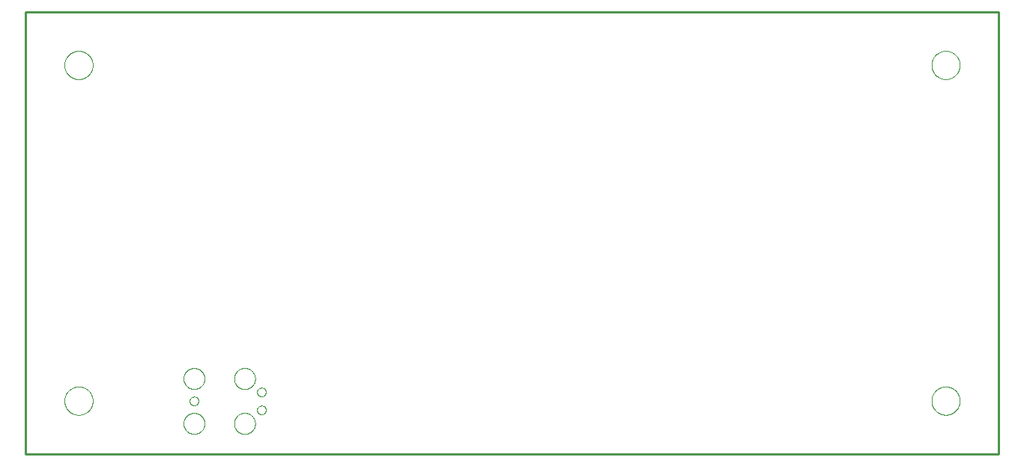
<source format=gko>
G04 EAGLE Gerber RS-274X export*
G75*
%MOMM*%
%FSLAX34Y34*%
%LPD*%
%INBoard Outline*%
%IPPOS*%
%AMOC8*
5,1,8,0,0,1.08239X$1,22.5*%
G01*
G04 Define Apertures*
%ADD10C,0.000000*%
%ADD11C,0.254000*%
D10*
X0Y0D02*
X1100000Y0D01*
X1100000Y500000D01*
X0Y500000D01*
X0Y0D01*
X185547Y59690D02*
X185549Y59830D01*
X185555Y59970D01*
X185565Y60110D01*
X185579Y60250D01*
X185597Y60389D01*
X185618Y60527D01*
X185644Y60665D01*
X185673Y60802D01*
X185707Y60938D01*
X185744Y61073D01*
X185785Y61207D01*
X185830Y61340D01*
X185878Y61472D01*
X185931Y61602D01*
X185987Y61730D01*
X186046Y61857D01*
X186109Y61982D01*
X186176Y62106D01*
X186246Y62227D01*
X186320Y62346D01*
X186396Y62464D01*
X186477Y62579D01*
X186560Y62691D01*
X186646Y62802D01*
X186736Y62909D01*
X186829Y63015D01*
X186924Y63117D01*
X187023Y63217D01*
X187124Y63314D01*
X187228Y63408D01*
X187334Y63499D01*
X187443Y63587D01*
X187555Y63672D01*
X187669Y63754D01*
X187785Y63832D01*
X187903Y63908D01*
X188024Y63979D01*
X188146Y64048D01*
X188270Y64113D01*
X188396Y64174D01*
X188524Y64232D01*
X188653Y64286D01*
X188784Y64336D01*
X188916Y64383D01*
X189050Y64426D01*
X189184Y64465D01*
X189320Y64500D01*
X189457Y64532D01*
X189594Y64559D01*
X189732Y64583D01*
X189871Y64603D01*
X190010Y64619D01*
X190150Y64631D01*
X190290Y64639D01*
X190430Y64643D01*
X190570Y64643D01*
X190710Y64639D01*
X190850Y64631D01*
X190990Y64619D01*
X191129Y64603D01*
X191268Y64583D01*
X191406Y64559D01*
X191543Y64532D01*
X191680Y64500D01*
X191816Y64465D01*
X191950Y64426D01*
X192084Y64383D01*
X192216Y64336D01*
X192347Y64286D01*
X192476Y64232D01*
X192604Y64174D01*
X192730Y64113D01*
X192854Y64048D01*
X192977Y63979D01*
X193097Y63908D01*
X193215Y63832D01*
X193331Y63754D01*
X193445Y63672D01*
X193557Y63587D01*
X193666Y63499D01*
X193772Y63408D01*
X193876Y63314D01*
X193977Y63217D01*
X194076Y63117D01*
X194171Y63015D01*
X194264Y62909D01*
X194354Y62802D01*
X194440Y62691D01*
X194523Y62579D01*
X194604Y62464D01*
X194680Y62346D01*
X194754Y62227D01*
X194824Y62106D01*
X194891Y61982D01*
X194954Y61857D01*
X195013Y61730D01*
X195069Y61602D01*
X195122Y61472D01*
X195170Y61340D01*
X195215Y61207D01*
X195256Y61073D01*
X195293Y60938D01*
X195327Y60802D01*
X195356Y60665D01*
X195382Y60527D01*
X195403Y60389D01*
X195421Y60250D01*
X195435Y60110D01*
X195445Y59970D01*
X195451Y59830D01*
X195453Y59690D01*
X195451Y59550D01*
X195445Y59410D01*
X195435Y59270D01*
X195421Y59130D01*
X195403Y58991D01*
X195382Y58853D01*
X195356Y58715D01*
X195327Y58578D01*
X195293Y58442D01*
X195256Y58307D01*
X195215Y58173D01*
X195170Y58040D01*
X195122Y57908D01*
X195069Y57778D01*
X195013Y57650D01*
X194954Y57523D01*
X194891Y57398D01*
X194824Y57274D01*
X194754Y57153D01*
X194680Y57034D01*
X194604Y56916D01*
X194523Y56801D01*
X194440Y56689D01*
X194354Y56578D01*
X194264Y56471D01*
X194171Y56365D01*
X194076Y56263D01*
X193977Y56163D01*
X193876Y56066D01*
X193772Y55972D01*
X193666Y55881D01*
X193557Y55793D01*
X193445Y55708D01*
X193331Y55626D01*
X193215Y55548D01*
X193097Y55472D01*
X192976Y55401D01*
X192854Y55332D01*
X192730Y55267D01*
X192604Y55206D01*
X192476Y55148D01*
X192347Y55094D01*
X192216Y55044D01*
X192084Y54997D01*
X191950Y54954D01*
X191816Y54915D01*
X191680Y54880D01*
X191543Y54848D01*
X191406Y54821D01*
X191268Y54797D01*
X191129Y54777D01*
X190990Y54761D01*
X190850Y54749D01*
X190710Y54741D01*
X190570Y54737D01*
X190430Y54737D01*
X190290Y54741D01*
X190150Y54749D01*
X190010Y54761D01*
X189871Y54777D01*
X189732Y54797D01*
X189594Y54821D01*
X189457Y54848D01*
X189320Y54880D01*
X189184Y54915D01*
X189050Y54954D01*
X188916Y54997D01*
X188784Y55044D01*
X188653Y55094D01*
X188524Y55148D01*
X188396Y55206D01*
X188270Y55267D01*
X188146Y55332D01*
X188023Y55401D01*
X187903Y55472D01*
X187785Y55548D01*
X187669Y55626D01*
X187555Y55708D01*
X187443Y55793D01*
X187334Y55881D01*
X187228Y55972D01*
X187124Y56066D01*
X187023Y56163D01*
X186924Y56263D01*
X186829Y56365D01*
X186736Y56471D01*
X186646Y56578D01*
X186560Y56689D01*
X186477Y56801D01*
X186396Y56916D01*
X186320Y57034D01*
X186246Y57153D01*
X186176Y57274D01*
X186109Y57398D01*
X186046Y57523D01*
X185987Y57650D01*
X185931Y57778D01*
X185878Y57908D01*
X185830Y58040D01*
X185785Y58173D01*
X185744Y58307D01*
X185707Y58442D01*
X185673Y58578D01*
X185644Y58715D01*
X185618Y58853D01*
X185597Y58991D01*
X185579Y59130D01*
X185565Y59270D01*
X185555Y59410D01*
X185549Y59550D01*
X185547Y59690D01*
X261747Y69840D02*
X261749Y69980D01*
X261755Y70120D01*
X261765Y70260D01*
X261779Y70400D01*
X261797Y70539D01*
X261818Y70677D01*
X261844Y70815D01*
X261873Y70952D01*
X261907Y71088D01*
X261944Y71223D01*
X261985Y71357D01*
X262030Y71490D01*
X262078Y71622D01*
X262131Y71752D01*
X262187Y71880D01*
X262246Y72007D01*
X262309Y72132D01*
X262376Y72256D01*
X262446Y72377D01*
X262520Y72496D01*
X262596Y72614D01*
X262677Y72729D01*
X262760Y72841D01*
X262846Y72952D01*
X262936Y73059D01*
X263029Y73165D01*
X263124Y73267D01*
X263223Y73367D01*
X263324Y73464D01*
X263428Y73558D01*
X263534Y73649D01*
X263643Y73737D01*
X263755Y73822D01*
X263869Y73904D01*
X263985Y73982D01*
X264103Y74058D01*
X264224Y74129D01*
X264346Y74198D01*
X264470Y74263D01*
X264596Y74324D01*
X264724Y74382D01*
X264853Y74436D01*
X264984Y74486D01*
X265116Y74533D01*
X265250Y74576D01*
X265384Y74615D01*
X265520Y74650D01*
X265657Y74682D01*
X265794Y74709D01*
X265932Y74733D01*
X266071Y74753D01*
X266210Y74769D01*
X266350Y74781D01*
X266490Y74789D01*
X266630Y74793D01*
X266770Y74793D01*
X266910Y74789D01*
X267050Y74781D01*
X267190Y74769D01*
X267329Y74753D01*
X267468Y74733D01*
X267606Y74709D01*
X267743Y74682D01*
X267880Y74650D01*
X268016Y74615D01*
X268150Y74576D01*
X268284Y74533D01*
X268416Y74486D01*
X268547Y74436D01*
X268676Y74382D01*
X268804Y74324D01*
X268930Y74263D01*
X269054Y74198D01*
X269177Y74129D01*
X269297Y74058D01*
X269415Y73982D01*
X269531Y73904D01*
X269645Y73822D01*
X269757Y73737D01*
X269866Y73649D01*
X269972Y73558D01*
X270076Y73464D01*
X270177Y73367D01*
X270276Y73267D01*
X270371Y73165D01*
X270464Y73059D01*
X270554Y72952D01*
X270640Y72841D01*
X270723Y72729D01*
X270804Y72614D01*
X270880Y72496D01*
X270954Y72377D01*
X271024Y72256D01*
X271091Y72132D01*
X271154Y72007D01*
X271213Y71880D01*
X271269Y71752D01*
X271322Y71622D01*
X271370Y71490D01*
X271415Y71357D01*
X271456Y71223D01*
X271493Y71088D01*
X271527Y70952D01*
X271556Y70815D01*
X271582Y70677D01*
X271603Y70539D01*
X271621Y70400D01*
X271635Y70260D01*
X271645Y70120D01*
X271651Y69980D01*
X271653Y69840D01*
X271651Y69700D01*
X271645Y69560D01*
X271635Y69420D01*
X271621Y69280D01*
X271603Y69141D01*
X271582Y69003D01*
X271556Y68865D01*
X271527Y68728D01*
X271493Y68592D01*
X271456Y68457D01*
X271415Y68323D01*
X271370Y68190D01*
X271322Y68058D01*
X271269Y67928D01*
X271213Y67800D01*
X271154Y67673D01*
X271091Y67548D01*
X271024Y67424D01*
X270954Y67303D01*
X270880Y67184D01*
X270804Y67066D01*
X270723Y66951D01*
X270640Y66839D01*
X270554Y66728D01*
X270464Y66621D01*
X270371Y66515D01*
X270276Y66413D01*
X270177Y66313D01*
X270076Y66216D01*
X269972Y66122D01*
X269866Y66031D01*
X269757Y65943D01*
X269645Y65858D01*
X269531Y65776D01*
X269415Y65698D01*
X269297Y65622D01*
X269176Y65551D01*
X269054Y65482D01*
X268930Y65417D01*
X268804Y65356D01*
X268676Y65298D01*
X268547Y65244D01*
X268416Y65194D01*
X268284Y65147D01*
X268150Y65104D01*
X268016Y65065D01*
X267880Y65030D01*
X267743Y64998D01*
X267606Y64971D01*
X267468Y64947D01*
X267329Y64927D01*
X267190Y64911D01*
X267050Y64899D01*
X266910Y64891D01*
X266770Y64887D01*
X266630Y64887D01*
X266490Y64891D01*
X266350Y64899D01*
X266210Y64911D01*
X266071Y64927D01*
X265932Y64947D01*
X265794Y64971D01*
X265657Y64998D01*
X265520Y65030D01*
X265384Y65065D01*
X265250Y65104D01*
X265116Y65147D01*
X264984Y65194D01*
X264853Y65244D01*
X264724Y65298D01*
X264596Y65356D01*
X264470Y65417D01*
X264346Y65482D01*
X264223Y65551D01*
X264103Y65622D01*
X263985Y65698D01*
X263869Y65776D01*
X263755Y65858D01*
X263643Y65943D01*
X263534Y66031D01*
X263428Y66122D01*
X263324Y66216D01*
X263223Y66313D01*
X263124Y66413D01*
X263029Y66515D01*
X262936Y66621D01*
X262846Y66728D01*
X262760Y66839D01*
X262677Y66951D01*
X262596Y67066D01*
X262520Y67184D01*
X262446Y67303D01*
X262376Y67424D01*
X262309Y67548D01*
X262246Y67673D01*
X262187Y67800D01*
X262131Y67928D01*
X262078Y68058D01*
X262030Y68190D01*
X261985Y68323D01*
X261944Y68457D01*
X261907Y68592D01*
X261873Y68728D01*
X261844Y68865D01*
X261818Y69003D01*
X261797Y69141D01*
X261779Y69280D01*
X261765Y69420D01*
X261755Y69560D01*
X261749Y69700D01*
X261747Y69840D01*
X261747Y49540D02*
X261749Y49680D01*
X261755Y49820D01*
X261765Y49960D01*
X261779Y50100D01*
X261797Y50239D01*
X261818Y50377D01*
X261844Y50515D01*
X261873Y50652D01*
X261907Y50788D01*
X261944Y50923D01*
X261985Y51057D01*
X262030Y51190D01*
X262078Y51322D01*
X262131Y51452D01*
X262187Y51580D01*
X262246Y51707D01*
X262309Y51832D01*
X262376Y51956D01*
X262446Y52077D01*
X262520Y52196D01*
X262596Y52314D01*
X262677Y52429D01*
X262760Y52541D01*
X262846Y52652D01*
X262936Y52759D01*
X263029Y52865D01*
X263124Y52967D01*
X263223Y53067D01*
X263324Y53164D01*
X263428Y53258D01*
X263534Y53349D01*
X263643Y53437D01*
X263755Y53522D01*
X263869Y53604D01*
X263985Y53682D01*
X264103Y53758D01*
X264224Y53829D01*
X264346Y53898D01*
X264470Y53963D01*
X264596Y54024D01*
X264724Y54082D01*
X264853Y54136D01*
X264984Y54186D01*
X265116Y54233D01*
X265250Y54276D01*
X265384Y54315D01*
X265520Y54350D01*
X265657Y54382D01*
X265794Y54409D01*
X265932Y54433D01*
X266071Y54453D01*
X266210Y54469D01*
X266350Y54481D01*
X266490Y54489D01*
X266630Y54493D01*
X266770Y54493D01*
X266910Y54489D01*
X267050Y54481D01*
X267190Y54469D01*
X267329Y54453D01*
X267468Y54433D01*
X267606Y54409D01*
X267743Y54382D01*
X267880Y54350D01*
X268016Y54315D01*
X268150Y54276D01*
X268284Y54233D01*
X268416Y54186D01*
X268547Y54136D01*
X268676Y54082D01*
X268804Y54024D01*
X268930Y53963D01*
X269054Y53898D01*
X269177Y53829D01*
X269297Y53758D01*
X269415Y53682D01*
X269531Y53604D01*
X269645Y53522D01*
X269757Y53437D01*
X269866Y53349D01*
X269972Y53258D01*
X270076Y53164D01*
X270177Y53067D01*
X270276Y52967D01*
X270371Y52865D01*
X270464Y52759D01*
X270554Y52652D01*
X270640Y52541D01*
X270723Y52429D01*
X270804Y52314D01*
X270880Y52196D01*
X270954Y52077D01*
X271024Y51956D01*
X271091Y51832D01*
X271154Y51707D01*
X271213Y51580D01*
X271269Y51452D01*
X271322Y51322D01*
X271370Y51190D01*
X271415Y51057D01*
X271456Y50923D01*
X271493Y50788D01*
X271527Y50652D01*
X271556Y50515D01*
X271582Y50377D01*
X271603Y50239D01*
X271621Y50100D01*
X271635Y49960D01*
X271645Y49820D01*
X271651Y49680D01*
X271653Y49540D01*
X271651Y49400D01*
X271645Y49260D01*
X271635Y49120D01*
X271621Y48980D01*
X271603Y48841D01*
X271582Y48703D01*
X271556Y48565D01*
X271527Y48428D01*
X271493Y48292D01*
X271456Y48157D01*
X271415Y48023D01*
X271370Y47890D01*
X271322Y47758D01*
X271269Y47628D01*
X271213Y47500D01*
X271154Y47373D01*
X271091Y47248D01*
X271024Y47124D01*
X270954Y47003D01*
X270880Y46884D01*
X270804Y46766D01*
X270723Y46651D01*
X270640Y46539D01*
X270554Y46428D01*
X270464Y46321D01*
X270371Y46215D01*
X270276Y46113D01*
X270177Y46013D01*
X270076Y45916D01*
X269972Y45822D01*
X269866Y45731D01*
X269757Y45643D01*
X269645Y45558D01*
X269531Y45476D01*
X269415Y45398D01*
X269297Y45322D01*
X269176Y45251D01*
X269054Y45182D01*
X268930Y45117D01*
X268804Y45056D01*
X268676Y44998D01*
X268547Y44944D01*
X268416Y44894D01*
X268284Y44847D01*
X268150Y44804D01*
X268016Y44765D01*
X267880Y44730D01*
X267743Y44698D01*
X267606Y44671D01*
X267468Y44647D01*
X267329Y44627D01*
X267190Y44611D01*
X267050Y44599D01*
X266910Y44591D01*
X266770Y44587D01*
X266630Y44587D01*
X266490Y44591D01*
X266350Y44599D01*
X266210Y44611D01*
X266071Y44627D01*
X265932Y44647D01*
X265794Y44671D01*
X265657Y44698D01*
X265520Y44730D01*
X265384Y44765D01*
X265250Y44804D01*
X265116Y44847D01*
X264984Y44894D01*
X264853Y44944D01*
X264724Y44998D01*
X264596Y45056D01*
X264470Y45117D01*
X264346Y45182D01*
X264223Y45251D01*
X264103Y45322D01*
X263985Y45398D01*
X263869Y45476D01*
X263755Y45558D01*
X263643Y45643D01*
X263534Y45731D01*
X263428Y45822D01*
X263324Y45916D01*
X263223Y46013D01*
X263124Y46113D01*
X263029Y46215D01*
X262936Y46321D01*
X262846Y46428D01*
X262760Y46539D01*
X262677Y46651D01*
X262596Y46766D01*
X262520Y46884D01*
X262446Y47003D01*
X262376Y47124D01*
X262309Y47248D01*
X262246Y47373D01*
X262187Y47500D01*
X262131Y47628D01*
X262078Y47758D01*
X262030Y47890D01*
X261985Y48023D01*
X261944Y48157D01*
X261907Y48292D01*
X261873Y48428D01*
X261844Y48565D01*
X261818Y48703D01*
X261797Y48841D01*
X261779Y48980D01*
X261765Y49120D01*
X261755Y49260D01*
X261749Y49400D01*
X261747Y49540D01*
X178625Y85090D02*
X178629Y85381D01*
X178639Y85673D01*
X178657Y85964D01*
X178682Y86254D01*
X178714Y86544D01*
X178754Y86832D01*
X178800Y87120D01*
X178853Y87407D01*
X178914Y87692D01*
X178981Y87975D01*
X179055Y88257D01*
X179136Y88537D01*
X179224Y88815D01*
X179319Y89091D01*
X179421Y89364D01*
X179529Y89634D01*
X179644Y89902D01*
X179765Y90167D01*
X179893Y90429D01*
X180027Y90688D01*
X180168Y90943D01*
X180314Y91195D01*
X180467Y91443D01*
X180626Y91687D01*
X180791Y91928D01*
X180962Y92164D01*
X181138Y92396D01*
X181321Y92623D01*
X181508Y92846D01*
X181701Y93065D01*
X181900Y93278D01*
X182103Y93487D01*
X182312Y93690D01*
X182525Y93889D01*
X182744Y94082D01*
X182967Y94269D01*
X183194Y94452D01*
X183426Y94628D01*
X183662Y94799D01*
X183903Y94964D01*
X184147Y95123D01*
X184395Y95276D01*
X184647Y95422D01*
X184902Y95563D01*
X185161Y95697D01*
X185423Y95825D01*
X185688Y95946D01*
X185956Y96061D01*
X186226Y96169D01*
X186499Y96271D01*
X186775Y96366D01*
X187053Y96454D01*
X187333Y96535D01*
X187615Y96609D01*
X187898Y96676D01*
X188183Y96737D01*
X188470Y96790D01*
X188758Y96836D01*
X189046Y96876D01*
X189336Y96908D01*
X189626Y96933D01*
X189917Y96951D01*
X190209Y96961D01*
X190500Y96965D01*
X190791Y96961D01*
X191083Y96951D01*
X191374Y96933D01*
X191664Y96908D01*
X191954Y96876D01*
X192242Y96836D01*
X192530Y96790D01*
X192817Y96737D01*
X193102Y96676D01*
X193385Y96609D01*
X193667Y96535D01*
X193947Y96454D01*
X194225Y96366D01*
X194501Y96271D01*
X194774Y96169D01*
X195044Y96061D01*
X195312Y95946D01*
X195577Y95825D01*
X195839Y95697D01*
X196098Y95563D01*
X196353Y95422D01*
X196605Y95276D01*
X196853Y95123D01*
X197097Y94964D01*
X197338Y94799D01*
X197574Y94628D01*
X197806Y94452D01*
X198033Y94269D01*
X198256Y94082D01*
X198475Y93889D01*
X198688Y93690D01*
X198897Y93487D01*
X199100Y93278D01*
X199299Y93065D01*
X199492Y92846D01*
X199679Y92623D01*
X199862Y92396D01*
X200038Y92164D01*
X200209Y91928D01*
X200374Y91687D01*
X200533Y91443D01*
X200686Y91195D01*
X200832Y90943D01*
X200973Y90688D01*
X201107Y90429D01*
X201235Y90167D01*
X201356Y89902D01*
X201471Y89634D01*
X201579Y89364D01*
X201681Y89091D01*
X201776Y88815D01*
X201864Y88537D01*
X201945Y88257D01*
X202019Y87975D01*
X202086Y87692D01*
X202147Y87407D01*
X202200Y87120D01*
X202246Y86832D01*
X202286Y86544D01*
X202318Y86254D01*
X202343Y85964D01*
X202361Y85673D01*
X202371Y85381D01*
X202375Y85090D01*
X202371Y84799D01*
X202361Y84507D01*
X202343Y84216D01*
X202318Y83926D01*
X202286Y83636D01*
X202246Y83348D01*
X202200Y83060D01*
X202147Y82773D01*
X202086Y82488D01*
X202019Y82205D01*
X201945Y81923D01*
X201864Y81643D01*
X201776Y81365D01*
X201681Y81089D01*
X201579Y80816D01*
X201471Y80546D01*
X201356Y80278D01*
X201235Y80013D01*
X201107Y79751D01*
X200973Y79492D01*
X200832Y79237D01*
X200686Y78985D01*
X200533Y78737D01*
X200374Y78493D01*
X200209Y78252D01*
X200038Y78016D01*
X199862Y77784D01*
X199679Y77557D01*
X199492Y77334D01*
X199299Y77115D01*
X199100Y76902D01*
X198897Y76693D01*
X198688Y76490D01*
X198475Y76291D01*
X198256Y76098D01*
X198033Y75911D01*
X197806Y75728D01*
X197574Y75552D01*
X197338Y75381D01*
X197097Y75216D01*
X196853Y75057D01*
X196605Y74904D01*
X196353Y74758D01*
X196098Y74617D01*
X195839Y74483D01*
X195577Y74355D01*
X195312Y74234D01*
X195044Y74119D01*
X194774Y74011D01*
X194501Y73909D01*
X194225Y73814D01*
X193947Y73726D01*
X193667Y73645D01*
X193385Y73571D01*
X193102Y73504D01*
X192817Y73443D01*
X192530Y73390D01*
X192242Y73344D01*
X191954Y73304D01*
X191664Y73272D01*
X191374Y73247D01*
X191083Y73229D01*
X190791Y73219D01*
X190500Y73215D01*
X190209Y73219D01*
X189917Y73229D01*
X189626Y73247D01*
X189336Y73272D01*
X189046Y73304D01*
X188758Y73344D01*
X188470Y73390D01*
X188183Y73443D01*
X187898Y73504D01*
X187615Y73571D01*
X187333Y73645D01*
X187053Y73726D01*
X186775Y73814D01*
X186499Y73909D01*
X186226Y74011D01*
X185956Y74119D01*
X185688Y74234D01*
X185423Y74355D01*
X185161Y74483D01*
X184902Y74617D01*
X184647Y74758D01*
X184395Y74904D01*
X184147Y75057D01*
X183903Y75216D01*
X183662Y75381D01*
X183426Y75552D01*
X183194Y75728D01*
X182967Y75911D01*
X182744Y76098D01*
X182525Y76291D01*
X182312Y76490D01*
X182103Y76693D01*
X181900Y76902D01*
X181701Y77115D01*
X181508Y77334D01*
X181321Y77557D01*
X181138Y77784D01*
X180962Y78016D01*
X180791Y78252D01*
X180626Y78493D01*
X180467Y78737D01*
X180314Y78985D01*
X180168Y79237D01*
X180027Y79492D01*
X179893Y79751D01*
X179765Y80013D01*
X179644Y80278D01*
X179529Y80546D01*
X179421Y80816D01*
X179319Y81089D01*
X179224Y81365D01*
X179136Y81643D01*
X179055Y81923D01*
X178981Y82205D01*
X178914Y82488D01*
X178853Y82773D01*
X178800Y83060D01*
X178754Y83348D01*
X178714Y83636D01*
X178682Y83926D01*
X178657Y84216D01*
X178639Y84507D01*
X178629Y84799D01*
X178625Y85090D01*
X235775Y85090D02*
X235779Y85381D01*
X235789Y85673D01*
X235807Y85964D01*
X235832Y86254D01*
X235864Y86544D01*
X235904Y86832D01*
X235950Y87120D01*
X236003Y87407D01*
X236064Y87692D01*
X236131Y87975D01*
X236205Y88257D01*
X236286Y88537D01*
X236374Y88815D01*
X236469Y89091D01*
X236571Y89364D01*
X236679Y89634D01*
X236794Y89902D01*
X236915Y90167D01*
X237043Y90429D01*
X237177Y90688D01*
X237318Y90943D01*
X237464Y91195D01*
X237617Y91443D01*
X237776Y91687D01*
X237941Y91928D01*
X238112Y92164D01*
X238288Y92396D01*
X238471Y92623D01*
X238658Y92846D01*
X238851Y93065D01*
X239050Y93278D01*
X239253Y93487D01*
X239462Y93690D01*
X239675Y93889D01*
X239894Y94082D01*
X240117Y94269D01*
X240344Y94452D01*
X240576Y94628D01*
X240812Y94799D01*
X241053Y94964D01*
X241297Y95123D01*
X241545Y95276D01*
X241797Y95422D01*
X242052Y95563D01*
X242311Y95697D01*
X242573Y95825D01*
X242838Y95946D01*
X243106Y96061D01*
X243376Y96169D01*
X243649Y96271D01*
X243925Y96366D01*
X244203Y96454D01*
X244483Y96535D01*
X244765Y96609D01*
X245048Y96676D01*
X245333Y96737D01*
X245620Y96790D01*
X245908Y96836D01*
X246196Y96876D01*
X246486Y96908D01*
X246776Y96933D01*
X247067Y96951D01*
X247359Y96961D01*
X247650Y96965D01*
X247941Y96961D01*
X248233Y96951D01*
X248524Y96933D01*
X248814Y96908D01*
X249104Y96876D01*
X249392Y96836D01*
X249680Y96790D01*
X249967Y96737D01*
X250252Y96676D01*
X250535Y96609D01*
X250817Y96535D01*
X251097Y96454D01*
X251375Y96366D01*
X251651Y96271D01*
X251924Y96169D01*
X252194Y96061D01*
X252462Y95946D01*
X252727Y95825D01*
X252989Y95697D01*
X253248Y95563D01*
X253503Y95422D01*
X253755Y95276D01*
X254003Y95123D01*
X254247Y94964D01*
X254488Y94799D01*
X254724Y94628D01*
X254956Y94452D01*
X255183Y94269D01*
X255406Y94082D01*
X255625Y93889D01*
X255838Y93690D01*
X256047Y93487D01*
X256250Y93278D01*
X256449Y93065D01*
X256642Y92846D01*
X256829Y92623D01*
X257012Y92396D01*
X257188Y92164D01*
X257359Y91928D01*
X257524Y91687D01*
X257683Y91443D01*
X257836Y91195D01*
X257982Y90943D01*
X258123Y90688D01*
X258257Y90429D01*
X258385Y90167D01*
X258506Y89902D01*
X258621Y89634D01*
X258729Y89364D01*
X258831Y89091D01*
X258926Y88815D01*
X259014Y88537D01*
X259095Y88257D01*
X259169Y87975D01*
X259236Y87692D01*
X259297Y87407D01*
X259350Y87120D01*
X259396Y86832D01*
X259436Y86544D01*
X259468Y86254D01*
X259493Y85964D01*
X259511Y85673D01*
X259521Y85381D01*
X259525Y85090D01*
X259521Y84799D01*
X259511Y84507D01*
X259493Y84216D01*
X259468Y83926D01*
X259436Y83636D01*
X259396Y83348D01*
X259350Y83060D01*
X259297Y82773D01*
X259236Y82488D01*
X259169Y82205D01*
X259095Y81923D01*
X259014Y81643D01*
X258926Y81365D01*
X258831Y81089D01*
X258729Y80816D01*
X258621Y80546D01*
X258506Y80278D01*
X258385Y80013D01*
X258257Y79751D01*
X258123Y79492D01*
X257982Y79237D01*
X257836Y78985D01*
X257683Y78737D01*
X257524Y78493D01*
X257359Y78252D01*
X257188Y78016D01*
X257012Y77784D01*
X256829Y77557D01*
X256642Y77334D01*
X256449Y77115D01*
X256250Y76902D01*
X256047Y76693D01*
X255838Y76490D01*
X255625Y76291D01*
X255406Y76098D01*
X255183Y75911D01*
X254956Y75728D01*
X254724Y75552D01*
X254488Y75381D01*
X254247Y75216D01*
X254003Y75057D01*
X253755Y74904D01*
X253503Y74758D01*
X253248Y74617D01*
X252989Y74483D01*
X252727Y74355D01*
X252462Y74234D01*
X252194Y74119D01*
X251924Y74011D01*
X251651Y73909D01*
X251375Y73814D01*
X251097Y73726D01*
X250817Y73645D01*
X250535Y73571D01*
X250252Y73504D01*
X249967Y73443D01*
X249680Y73390D01*
X249392Y73344D01*
X249104Y73304D01*
X248814Y73272D01*
X248524Y73247D01*
X248233Y73229D01*
X247941Y73219D01*
X247650Y73215D01*
X247359Y73219D01*
X247067Y73229D01*
X246776Y73247D01*
X246486Y73272D01*
X246196Y73304D01*
X245908Y73344D01*
X245620Y73390D01*
X245333Y73443D01*
X245048Y73504D01*
X244765Y73571D01*
X244483Y73645D01*
X244203Y73726D01*
X243925Y73814D01*
X243649Y73909D01*
X243376Y74011D01*
X243106Y74119D01*
X242838Y74234D01*
X242573Y74355D01*
X242311Y74483D01*
X242052Y74617D01*
X241797Y74758D01*
X241545Y74904D01*
X241297Y75057D01*
X241053Y75216D01*
X240812Y75381D01*
X240576Y75552D01*
X240344Y75728D01*
X240117Y75911D01*
X239894Y76098D01*
X239675Y76291D01*
X239462Y76490D01*
X239253Y76693D01*
X239050Y76902D01*
X238851Y77115D01*
X238658Y77334D01*
X238471Y77557D01*
X238288Y77784D01*
X238112Y78016D01*
X237941Y78252D01*
X237776Y78493D01*
X237617Y78737D01*
X237464Y78985D01*
X237318Y79237D01*
X237177Y79492D01*
X237043Y79751D01*
X236915Y80013D01*
X236794Y80278D01*
X236679Y80546D01*
X236571Y80816D01*
X236469Y81089D01*
X236374Y81365D01*
X236286Y81643D01*
X236205Y81923D01*
X236131Y82205D01*
X236064Y82488D01*
X236003Y82773D01*
X235950Y83060D01*
X235904Y83348D01*
X235864Y83636D01*
X235832Y83926D01*
X235807Y84216D01*
X235789Y84507D01*
X235779Y84799D01*
X235775Y85090D01*
X235775Y34290D02*
X235779Y34581D01*
X235789Y34873D01*
X235807Y35164D01*
X235832Y35454D01*
X235864Y35744D01*
X235904Y36032D01*
X235950Y36320D01*
X236003Y36607D01*
X236064Y36892D01*
X236131Y37175D01*
X236205Y37457D01*
X236286Y37737D01*
X236374Y38015D01*
X236469Y38291D01*
X236571Y38564D01*
X236679Y38834D01*
X236794Y39102D01*
X236915Y39367D01*
X237043Y39629D01*
X237177Y39888D01*
X237318Y40143D01*
X237464Y40395D01*
X237617Y40643D01*
X237776Y40887D01*
X237941Y41128D01*
X238112Y41364D01*
X238288Y41596D01*
X238471Y41823D01*
X238658Y42046D01*
X238851Y42265D01*
X239050Y42478D01*
X239253Y42687D01*
X239462Y42890D01*
X239675Y43089D01*
X239894Y43282D01*
X240117Y43469D01*
X240344Y43652D01*
X240576Y43828D01*
X240812Y43999D01*
X241053Y44164D01*
X241297Y44323D01*
X241545Y44476D01*
X241797Y44622D01*
X242052Y44763D01*
X242311Y44897D01*
X242573Y45025D01*
X242838Y45146D01*
X243106Y45261D01*
X243376Y45369D01*
X243649Y45471D01*
X243925Y45566D01*
X244203Y45654D01*
X244483Y45735D01*
X244765Y45809D01*
X245048Y45876D01*
X245333Y45937D01*
X245620Y45990D01*
X245908Y46036D01*
X246196Y46076D01*
X246486Y46108D01*
X246776Y46133D01*
X247067Y46151D01*
X247359Y46161D01*
X247650Y46165D01*
X247941Y46161D01*
X248233Y46151D01*
X248524Y46133D01*
X248814Y46108D01*
X249104Y46076D01*
X249392Y46036D01*
X249680Y45990D01*
X249967Y45937D01*
X250252Y45876D01*
X250535Y45809D01*
X250817Y45735D01*
X251097Y45654D01*
X251375Y45566D01*
X251651Y45471D01*
X251924Y45369D01*
X252194Y45261D01*
X252462Y45146D01*
X252727Y45025D01*
X252989Y44897D01*
X253248Y44763D01*
X253503Y44622D01*
X253755Y44476D01*
X254003Y44323D01*
X254247Y44164D01*
X254488Y43999D01*
X254724Y43828D01*
X254956Y43652D01*
X255183Y43469D01*
X255406Y43282D01*
X255625Y43089D01*
X255838Y42890D01*
X256047Y42687D01*
X256250Y42478D01*
X256449Y42265D01*
X256642Y42046D01*
X256829Y41823D01*
X257012Y41596D01*
X257188Y41364D01*
X257359Y41128D01*
X257524Y40887D01*
X257683Y40643D01*
X257836Y40395D01*
X257982Y40143D01*
X258123Y39888D01*
X258257Y39629D01*
X258385Y39367D01*
X258506Y39102D01*
X258621Y38834D01*
X258729Y38564D01*
X258831Y38291D01*
X258926Y38015D01*
X259014Y37737D01*
X259095Y37457D01*
X259169Y37175D01*
X259236Y36892D01*
X259297Y36607D01*
X259350Y36320D01*
X259396Y36032D01*
X259436Y35744D01*
X259468Y35454D01*
X259493Y35164D01*
X259511Y34873D01*
X259521Y34581D01*
X259525Y34290D01*
X259521Y33999D01*
X259511Y33707D01*
X259493Y33416D01*
X259468Y33126D01*
X259436Y32836D01*
X259396Y32548D01*
X259350Y32260D01*
X259297Y31973D01*
X259236Y31688D01*
X259169Y31405D01*
X259095Y31123D01*
X259014Y30843D01*
X258926Y30565D01*
X258831Y30289D01*
X258729Y30016D01*
X258621Y29746D01*
X258506Y29478D01*
X258385Y29213D01*
X258257Y28951D01*
X258123Y28692D01*
X257982Y28437D01*
X257836Y28185D01*
X257683Y27937D01*
X257524Y27693D01*
X257359Y27452D01*
X257188Y27216D01*
X257012Y26984D01*
X256829Y26757D01*
X256642Y26534D01*
X256449Y26315D01*
X256250Y26102D01*
X256047Y25893D01*
X255838Y25690D01*
X255625Y25491D01*
X255406Y25298D01*
X255183Y25111D01*
X254956Y24928D01*
X254724Y24752D01*
X254488Y24581D01*
X254247Y24416D01*
X254003Y24257D01*
X253755Y24104D01*
X253503Y23958D01*
X253248Y23817D01*
X252989Y23683D01*
X252727Y23555D01*
X252462Y23434D01*
X252194Y23319D01*
X251924Y23211D01*
X251651Y23109D01*
X251375Y23014D01*
X251097Y22926D01*
X250817Y22845D01*
X250535Y22771D01*
X250252Y22704D01*
X249967Y22643D01*
X249680Y22590D01*
X249392Y22544D01*
X249104Y22504D01*
X248814Y22472D01*
X248524Y22447D01*
X248233Y22429D01*
X247941Y22419D01*
X247650Y22415D01*
X247359Y22419D01*
X247067Y22429D01*
X246776Y22447D01*
X246486Y22472D01*
X246196Y22504D01*
X245908Y22544D01*
X245620Y22590D01*
X245333Y22643D01*
X245048Y22704D01*
X244765Y22771D01*
X244483Y22845D01*
X244203Y22926D01*
X243925Y23014D01*
X243649Y23109D01*
X243376Y23211D01*
X243106Y23319D01*
X242838Y23434D01*
X242573Y23555D01*
X242311Y23683D01*
X242052Y23817D01*
X241797Y23958D01*
X241545Y24104D01*
X241297Y24257D01*
X241053Y24416D01*
X240812Y24581D01*
X240576Y24752D01*
X240344Y24928D01*
X240117Y25111D01*
X239894Y25298D01*
X239675Y25491D01*
X239462Y25690D01*
X239253Y25893D01*
X239050Y26102D01*
X238851Y26315D01*
X238658Y26534D01*
X238471Y26757D01*
X238288Y26984D01*
X238112Y27216D01*
X237941Y27452D01*
X237776Y27693D01*
X237617Y27937D01*
X237464Y28185D01*
X237318Y28437D01*
X237177Y28692D01*
X237043Y28951D01*
X236915Y29213D01*
X236794Y29478D01*
X236679Y29746D01*
X236571Y30016D01*
X236469Y30289D01*
X236374Y30565D01*
X236286Y30843D01*
X236205Y31123D01*
X236131Y31405D01*
X236064Y31688D01*
X236003Y31973D01*
X235950Y32260D01*
X235904Y32548D01*
X235864Y32836D01*
X235832Y33126D01*
X235807Y33416D01*
X235789Y33707D01*
X235779Y33999D01*
X235775Y34290D01*
X178625Y34290D02*
X178629Y34581D01*
X178639Y34873D01*
X178657Y35164D01*
X178682Y35454D01*
X178714Y35744D01*
X178754Y36032D01*
X178800Y36320D01*
X178853Y36607D01*
X178914Y36892D01*
X178981Y37175D01*
X179055Y37457D01*
X179136Y37737D01*
X179224Y38015D01*
X179319Y38291D01*
X179421Y38564D01*
X179529Y38834D01*
X179644Y39102D01*
X179765Y39367D01*
X179893Y39629D01*
X180027Y39888D01*
X180168Y40143D01*
X180314Y40395D01*
X180467Y40643D01*
X180626Y40887D01*
X180791Y41128D01*
X180962Y41364D01*
X181138Y41596D01*
X181321Y41823D01*
X181508Y42046D01*
X181701Y42265D01*
X181900Y42478D01*
X182103Y42687D01*
X182312Y42890D01*
X182525Y43089D01*
X182744Y43282D01*
X182967Y43469D01*
X183194Y43652D01*
X183426Y43828D01*
X183662Y43999D01*
X183903Y44164D01*
X184147Y44323D01*
X184395Y44476D01*
X184647Y44622D01*
X184902Y44763D01*
X185161Y44897D01*
X185423Y45025D01*
X185688Y45146D01*
X185956Y45261D01*
X186226Y45369D01*
X186499Y45471D01*
X186775Y45566D01*
X187053Y45654D01*
X187333Y45735D01*
X187615Y45809D01*
X187898Y45876D01*
X188183Y45937D01*
X188470Y45990D01*
X188758Y46036D01*
X189046Y46076D01*
X189336Y46108D01*
X189626Y46133D01*
X189917Y46151D01*
X190209Y46161D01*
X190500Y46165D01*
X190791Y46161D01*
X191083Y46151D01*
X191374Y46133D01*
X191664Y46108D01*
X191954Y46076D01*
X192242Y46036D01*
X192530Y45990D01*
X192817Y45937D01*
X193102Y45876D01*
X193385Y45809D01*
X193667Y45735D01*
X193947Y45654D01*
X194225Y45566D01*
X194501Y45471D01*
X194774Y45369D01*
X195044Y45261D01*
X195312Y45146D01*
X195577Y45025D01*
X195839Y44897D01*
X196098Y44763D01*
X196353Y44622D01*
X196605Y44476D01*
X196853Y44323D01*
X197097Y44164D01*
X197338Y43999D01*
X197574Y43828D01*
X197806Y43652D01*
X198033Y43469D01*
X198256Y43282D01*
X198475Y43089D01*
X198688Y42890D01*
X198897Y42687D01*
X199100Y42478D01*
X199299Y42265D01*
X199492Y42046D01*
X199679Y41823D01*
X199862Y41596D01*
X200038Y41364D01*
X200209Y41128D01*
X200374Y40887D01*
X200533Y40643D01*
X200686Y40395D01*
X200832Y40143D01*
X200973Y39888D01*
X201107Y39629D01*
X201235Y39367D01*
X201356Y39102D01*
X201471Y38834D01*
X201579Y38564D01*
X201681Y38291D01*
X201776Y38015D01*
X201864Y37737D01*
X201945Y37457D01*
X202019Y37175D01*
X202086Y36892D01*
X202147Y36607D01*
X202200Y36320D01*
X202246Y36032D01*
X202286Y35744D01*
X202318Y35454D01*
X202343Y35164D01*
X202361Y34873D01*
X202371Y34581D01*
X202375Y34290D01*
X202371Y33999D01*
X202361Y33707D01*
X202343Y33416D01*
X202318Y33126D01*
X202286Y32836D01*
X202246Y32548D01*
X202200Y32260D01*
X202147Y31973D01*
X202086Y31688D01*
X202019Y31405D01*
X201945Y31123D01*
X201864Y30843D01*
X201776Y30565D01*
X201681Y30289D01*
X201579Y30016D01*
X201471Y29746D01*
X201356Y29478D01*
X201235Y29213D01*
X201107Y28951D01*
X200973Y28692D01*
X200832Y28437D01*
X200686Y28185D01*
X200533Y27937D01*
X200374Y27693D01*
X200209Y27452D01*
X200038Y27216D01*
X199862Y26984D01*
X199679Y26757D01*
X199492Y26534D01*
X199299Y26315D01*
X199100Y26102D01*
X198897Y25893D01*
X198688Y25690D01*
X198475Y25491D01*
X198256Y25298D01*
X198033Y25111D01*
X197806Y24928D01*
X197574Y24752D01*
X197338Y24581D01*
X197097Y24416D01*
X196853Y24257D01*
X196605Y24104D01*
X196353Y23958D01*
X196098Y23817D01*
X195839Y23683D01*
X195577Y23555D01*
X195312Y23434D01*
X195044Y23319D01*
X194774Y23211D01*
X194501Y23109D01*
X194225Y23014D01*
X193947Y22926D01*
X193667Y22845D01*
X193385Y22771D01*
X193102Y22704D01*
X192817Y22643D01*
X192530Y22590D01*
X192242Y22544D01*
X191954Y22504D01*
X191664Y22472D01*
X191374Y22447D01*
X191083Y22429D01*
X190791Y22419D01*
X190500Y22415D01*
X190209Y22419D01*
X189917Y22429D01*
X189626Y22447D01*
X189336Y22472D01*
X189046Y22504D01*
X188758Y22544D01*
X188470Y22590D01*
X188183Y22643D01*
X187898Y22704D01*
X187615Y22771D01*
X187333Y22845D01*
X187053Y22926D01*
X186775Y23014D01*
X186499Y23109D01*
X186226Y23211D01*
X185956Y23319D01*
X185688Y23434D01*
X185423Y23555D01*
X185161Y23683D01*
X184902Y23817D01*
X184647Y23958D01*
X184395Y24104D01*
X184147Y24257D01*
X183903Y24416D01*
X183662Y24581D01*
X183426Y24752D01*
X183194Y24928D01*
X182967Y25111D01*
X182744Y25298D01*
X182525Y25491D01*
X182312Y25690D01*
X182103Y25893D01*
X181900Y26102D01*
X181701Y26315D01*
X181508Y26534D01*
X181321Y26757D01*
X181138Y26984D01*
X180962Y27216D01*
X180791Y27452D01*
X180626Y27693D01*
X180467Y27937D01*
X180314Y28185D01*
X180168Y28437D01*
X180027Y28692D01*
X179893Y28951D01*
X179765Y29213D01*
X179644Y29478D01*
X179529Y29746D01*
X179421Y30016D01*
X179319Y30289D01*
X179224Y30565D01*
X179136Y30843D01*
X179055Y31123D01*
X178981Y31405D01*
X178914Y31688D01*
X178853Y31973D01*
X178800Y32260D01*
X178754Y32548D01*
X178714Y32836D01*
X178682Y33126D01*
X178657Y33416D01*
X178639Y33707D01*
X178629Y33999D01*
X178625Y34290D01*
X44000Y60000D02*
X44005Y60393D01*
X44019Y60785D01*
X44043Y61177D01*
X44077Y61568D01*
X44120Y61959D01*
X44173Y62348D01*
X44236Y62735D01*
X44307Y63121D01*
X44389Y63506D01*
X44479Y63888D01*
X44580Y64267D01*
X44689Y64645D01*
X44808Y65019D01*
X44935Y65390D01*
X45072Y65758D01*
X45218Y66123D01*
X45373Y66484D01*
X45536Y66841D01*
X45708Y67194D01*
X45889Y67542D01*
X46079Y67886D01*
X46276Y68226D01*
X46482Y68560D01*
X46696Y68889D01*
X46919Y69213D01*
X47149Y69531D01*
X47386Y69844D01*
X47632Y70150D01*
X47885Y70451D01*
X48145Y70745D01*
X48412Y71033D01*
X48686Y71314D01*
X48967Y71588D01*
X49255Y71855D01*
X49549Y72115D01*
X49850Y72368D01*
X50156Y72614D01*
X50469Y72851D01*
X50787Y73081D01*
X51111Y73304D01*
X51440Y73518D01*
X51774Y73724D01*
X52114Y73921D01*
X52458Y74111D01*
X52806Y74292D01*
X53159Y74464D01*
X53516Y74627D01*
X53877Y74782D01*
X54242Y74928D01*
X54610Y75065D01*
X54981Y75192D01*
X55355Y75311D01*
X55733Y75420D01*
X56112Y75521D01*
X56494Y75611D01*
X56879Y75693D01*
X57265Y75764D01*
X57652Y75827D01*
X58041Y75880D01*
X58432Y75923D01*
X58823Y75957D01*
X59215Y75981D01*
X59607Y75995D01*
X60000Y76000D01*
X60393Y75995D01*
X60785Y75981D01*
X61177Y75957D01*
X61568Y75923D01*
X61959Y75880D01*
X62348Y75827D01*
X62735Y75764D01*
X63121Y75693D01*
X63506Y75611D01*
X63888Y75521D01*
X64267Y75420D01*
X64645Y75311D01*
X65019Y75192D01*
X65390Y75065D01*
X65758Y74928D01*
X66123Y74782D01*
X66484Y74627D01*
X66841Y74464D01*
X67194Y74292D01*
X67542Y74111D01*
X67886Y73921D01*
X68226Y73724D01*
X68560Y73518D01*
X68889Y73304D01*
X69213Y73081D01*
X69531Y72851D01*
X69844Y72614D01*
X70150Y72368D01*
X70451Y72115D01*
X70745Y71855D01*
X71033Y71588D01*
X71314Y71314D01*
X71588Y71033D01*
X71855Y70745D01*
X72115Y70451D01*
X72368Y70150D01*
X72614Y69844D01*
X72851Y69531D01*
X73081Y69213D01*
X73304Y68889D01*
X73518Y68560D01*
X73724Y68226D01*
X73921Y67886D01*
X74111Y67542D01*
X74292Y67194D01*
X74464Y66841D01*
X74627Y66484D01*
X74782Y66123D01*
X74928Y65758D01*
X75065Y65390D01*
X75192Y65019D01*
X75311Y64645D01*
X75420Y64267D01*
X75521Y63888D01*
X75611Y63506D01*
X75693Y63121D01*
X75764Y62735D01*
X75827Y62348D01*
X75880Y61959D01*
X75923Y61568D01*
X75957Y61177D01*
X75981Y60785D01*
X75995Y60393D01*
X76000Y60000D01*
X75995Y59607D01*
X75981Y59215D01*
X75957Y58823D01*
X75923Y58432D01*
X75880Y58041D01*
X75827Y57652D01*
X75764Y57265D01*
X75693Y56879D01*
X75611Y56494D01*
X75521Y56112D01*
X75420Y55733D01*
X75311Y55355D01*
X75192Y54981D01*
X75065Y54610D01*
X74928Y54242D01*
X74782Y53877D01*
X74627Y53516D01*
X74464Y53159D01*
X74292Y52806D01*
X74111Y52458D01*
X73921Y52114D01*
X73724Y51774D01*
X73518Y51440D01*
X73304Y51111D01*
X73081Y50787D01*
X72851Y50469D01*
X72614Y50156D01*
X72368Y49850D01*
X72115Y49549D01*
X71855Y49255D01*
X71588Y48967D01*
X71314Y48686D01*
X71033Y48412D01*
X70745Y48145D01*
X70451Y47885D01*
X70150Y47632D01*
X69844Y47386D01*
X69531Y47149D01*
X69213Y46919D01*
X68889Y46696D01*
X68560Y46482D01*
X68226Y46276D01*
X67886Y46079D01*
X67542Y45889D01*
X67194Y45708D01*
X66841Y45536D01*
X66484Y45373D01*
X66123Y45218D01*
X65758Y45072D01*
X65390Y44935D01*
X65019Y44808D01*
X64645Y44689D01*
X64267Y44580D01*
X63888Y44479D01*
X63506Y44389D01*
X63121Y44307D01*
X62735Y44236D01*
X62348Y44173D01*
X61959Y44120D01*
X61568Y44077D01*
X61177Y44043D01*
X60785Y44019D01*
X60393Y44005D01*
X60000Y44000D01*
X59607Y44005D01*
X59215Y44019D01*
X58823Y44043D01*
X58432Y44077D01*
X58041Y44120D01*
X57652Y44173D01*
X57265Y44236D01*
X56879Y44307D01*
X56494Y44389D01*
X56112Y44479D01*
X55733Y44580D01*
X55355Y44689D01*
X54981Y44808D01*
X54610Y44935D01*
X54242Y45072D01*
X53877Y45218D01*
X53516Y45373D01*
X53159Y45536D01*
X52806Y45708D01*
X52458Y45889D01*
X52114Y46079D01*
X51774Y46276D01*
X51440Y46482D01*
X51111Y46696D01*
X50787Y46919D01*
X50469Y47149D01*
X50156Y47386D01*
X49850Y47632D01*
X49549Y47885D01*
X49255Y48145D01*
X48967Y48412D01*
X48686Y48686D01*
X48412Y48967D01*
X48145Y49255D01*
X47885Y49549D01*
X47632Y49850D01*
X47386Y50156D01*
X47149Y50469D01*
X46919Y50787D01*
X46696Y51111D01*
X46482Y51440D01*
X46276Y51774D01*
X46079Y52114D01*
X45889Y52458D01*
X45708Y52806D01*
X45536Y53159D01*
X45373Y53516D01*
X45218Y53877D01*
X45072Y54242D01*
X44935Y54610D01*
X44808Y54981D01*
X44689Y55355D01*
X44580Y55733D01*
X44479Y56112D01*
X44389Y56494D01*
X44307Y56879D01*
X44236Y57265D01*
X44173Y57652D01*
X44120Y58041D01*
X44077Y58432D01*
X44043Y58823D01*
X44019Y59215D01*
X44005Y59607D01*
X44000Y60000D01*
X44000Y440000D02*
X44005Y440393D01*
X44019Y440785D01*
X44043Y441177D01*
X44077Y441568D01*
X44120Y441959D01*
X44173Y442348D01*
X44236Y442735D01*
X44307Y443121D01*
X44389Y443506D01*
X44479Y443888D01*
X44580Y444267D01*
X44689Y444645D01*
X44808Y445019D01*
X44935Y445390D01*
X45072Y445758D01*
X45218Y446123D01*
X45373Y446484D01*
X45536Y446841D01*
X45708Y447194D01*
X45889Y447542D01*
X46079Y447886D01*
X46276Y448226D01*
X46482Y448560D01*
X46696Y448889D01*
X46919Y449213D01*
X47149Y449531D01*
X47386Y449844D01*
X47632Y450150D01*
X47885Y450451D01*
X48145Y450745D01*
X48412Y451033D01*
X48686Y451314D01*
X48967Y451588D01*
X49255Y451855D01*
X49549Y452115D01*
X49850Y452368D01*
X50156Y452614D01*
X50469Y452851D01*
X50787Y453081D01*
X51111Y453304D01*
X51440Y453518D01*
X51774Y453724D01*
X52114Y453921D01*
X52458Y454111D01*
X52806Y454292D01*
X53159Y454464D01*
X53516Y454627D01*
X53877Y454782D01*
X54242Y454928D01*
X54610Y455065D01*
X54981Y455192D01*
X55355Y455311D01*
X55733Y455420D01*
X56112Y455521D01*
X56494Y455611D01*
X56879Y455693D01*
X57265Y455764D01*
X57652Y455827D01*
X58041Y455880D01*
X58432Y455923D01*
X58823Y455957D01*
X59215Y455981D01*
X59607Y455995D01*
X60000Y456000D01*
X60393Y455995D01*
X60785Y455981D01*
X61177Y455957D01*
X61568Y455923D01*
X61959Y455880D01*
X62348Y455827D01*
X62735Y455764D01*
X63121Y455693D01*
X63506Y455611D01*
X63888Y455521D01*
X64267Y455420D01*
X64645Y455311D01*
X65019Y455192D01*
X65390Y455065D01*
X65758Y454928D01*
X66123Y454782D01*
X66484Y454627D01*
X66841Y454464D01*
X67194Y454292D01*
X67542Y454111D01*
X67886Y453921D01*
X68226Y453724D01*
X68560Y453518D01*
X68889Y453304D01*
X69213Y453081D01*
X69531Y452851D01*
X69844Y452614D01*
X70150Y452368D01*
X70451Y452115D01*
X70745Y451855D01*
X71033Y451588D01*
X71314Y451314D01*
X71588Y451033D01*
X71855Y450745D01*
X72115Y450451D01*
X72368Y450150D01*
X72614Y449844D01*
X72851Y449531D01*
X73081Y449213D01*
X73304Y448889D01*
X73518Y448560D01*
X73724Y448226D01*
X73921Y447886D01*
X74111Y447542D01*
X74292Y447194D01*
X74464Y446841D01*
X74627Y446484D01*
X74782Y446123D01*
X74928Y445758D01*
X75065Y445390D01*
X75192Y445019D01*
X75311Y444645D01*
X75420Y444267D01*
X75521Y443888D01*
X75611Y443506D01*
X75693Y443121D01*
X75764Y442735D01*
X75827Y442348D01*
X75880Y441959D01*
X75923Y441568D01*
X75957Y441177D01*
X75981Y440785D01*
X75995Y440393D01*
X76000Y440000D01*
X75995Y439607D01*
X75981Y439215D01*
X75957Y438823D01*
X75923Y438432D01*
X75880Y438041D01*
X75827Y437652D01*
X75764Y437265D01*
X75693Y436879D01*
X75611Y436494D01*
X75521Y436112D01*
X75420Y435733D01*
X75311Y435355D01*
X75192Y434981D01*
X75065Y434610D01*
X74928Y434242D01*
X74782Y433877D01*
X74627Y433516D01*
X74464Y433159D01*
X74292Y432806D01*
X74111Y432458D01*
X73921Y432114D01*
X73724Y431774D01*
X73518Y431440D01*
X73304Y431111D01*
X73081Y430787D01*
X72851Y430469D01*
X72614Y430156D01*
X72368Y429850D01*
X72115Y429549D01*
X71855Y429255D01*
X71588Y428967D01*
X71314Y428686D01*
X71033Y428412D01*
X70745Y428145D01*
X70451Y427885D01*
X70150Y427632D01*
X69844Y427386D01*
X69531Y427149D01*
X69213Y426919D01*
X68889Y426696D01*
X68560Y426482D01*
X68226Y426276D01*
X67886Y426079D01*
X67542Y425889D01*
X67194Y425708D01*
X66841Y425536D01*
X66484Y425373D01*
X66123Y425218D01*
X65758Y425072D01*
X65390Y424935D01*
X65019Y424808D01*
X64645Y424689D01*
X64267Y424580D01*
X63888Y424479D01*
X63506Y424389D01*
X63121Y424307D01*
X62735Y424236D01*
X62348Y424173D01*
X61959Y424120D01*
X61568Y424077D01*
X61177Y424043D01*
X60785Y424019D01*
X60393Y424005D01*
X60000Y424000D01*
X59607Y424005D01*
X59215Y424019D01*
X58823Y424043D01*
X58432Y424077D01*
X58041Y424120D01*
X57652Y424173D01*
X57265Y424236D01*
X56879Y424307D01*
X56494Y424389D01*
X56112Y424479D01*
X55733Y424580D01*
X55355Y424689D01*
X54981Y424808D01*
X54610Y424935D01*
X54242Y425072D01*
X53877Y425218D01*
X53516Y425373D01*
X53159Y425536D01*
X52806Y425708D01*
X52458Y425889D01*
X52114Y426079D01*
X51774Y426276D01*
X51440Y426482D01*
X51111Y426696D01*
X50787Y426919D01*
X50469Y427149D01*
X50156Y427386D01*
X49850Y427632D01*
X49549Y427885D01*
X49255Y428145D01*
X48967Y428412D01*
X48686Y428686D01*
X48412Y428967D01*
X48145Y429255D01*
X47885Y429549D01*
X47632Y429850D01*
X47386Y430156D01*
X47149Y430469D01*
X46919Y430787D01*
X46696Y431111D01*
X46482Y431440D01*
X46276Y431774D01*
X46079Y432114D01*
X45889Y432458D01*
X45708Y432806D01*
X45536Y433159D01*
X45373Y433516D01*
X45218Y433877D01*
X45072Y434242D01*
X44935Y434610D01*
X44808Y434981D01*
X44689Y435355D01*
X44580Y435733D01*
X44479Y436112D01*
X44389Y436494D01*
X44307Y436879D01*
X44236Y437265D01*
X44173Y437652D01*
X44120Y438041D01*
X44077Y438432D01*
X44043Y438823D01*
X44019Y439215D01*
X44005Y439607D01*
X44000Y440000D01*
X1024000Y440000D02*
X1024005Y440393D01*
X1024019Y440785D01*
X1024043Y441177D01*
X1024077Y441568D01*
X1024120Y441959D01*
X1024173Y442348D01*
X1024236Y442735D01*
X1024307Y443121D01*
X1024389Y443506D01*
X1024479Y443888D01*
X1024580Y444267D01*
X1024689Y444645D01*
X1024808Y445019D01*
X1024935Y445390D01*
X1025072Y445758D01*
X1025218Y446123D01*
X1025373Y446484D01*
X1025536Y446841D01*
X1025708Y447194D01*
X1025889Y447542D01*
X1026079Y447886D01*
X1026276Y448226D01*
X1026482Y448560D01*
X1026696Y448889D01*
X1026919Y449213D01*
X1027149Y449531D01*
X1027386Y449844D01*
X1027632Y450150D01*
X1027885Y450451D01*
X1028145Y450745D01*
X1028412Y451033D01*
X1028686Y451314D01*
X1028967Y451588D01*
X1029255Y451855D01*
X1029549Y452115D01*
X1029850Y452368D01*
X1030156Y452614D01*
X1030469Y452851D01*
X1030787Y453081D01*
X1031111Y453304D01*
X1031440Y453518D01*
X1031774Y453724D01*
X1032114Y453921D01*
X1032458Y454111D01*
X1032806Y454292D01*
X1033159Y454464D01*
X1033516Y454627D01*
X1033877Y454782D01*
X1034242Y454928D01*
X1034610Y455065D01*
X1034981Y455192D01*
X1035355Y455311D01*
X1035733Y455420D01*
X1036112Y455521D01*
X1036494Y455611D01*
X1036879Y455693D01*
X1037265Y455764D01*
X1037652Y455827D01*
X1038041Y455880D01*
X1038432Y455923D01*
X1038823Y455957D01*
X1039215Y455981D01*
X1039607Y455995D01*
X1040000Y456000D01*
X1040393Y455995D01*
X1040785Y455981D01*
X1041177Y455957D01*
X1041568Y455923D01*
X1041959Y455880D01*
X1042348Y455827D01*
X1042735Y455764D01*
X1043121Y455693D01*
X1043506Y455611D01*
X1043888Y455521D01*
X1044267Y455420D01*
X1044645Y455311D01*
X1045019Y455192D01*
X1045390Y455065D01*
X1045758Y454928D01*
X1046123Y454782D01*
X1046484Y454627D01*
X1046841Y454464D01*
X1047194Y454292D01*
X1047542Y454111D01*
X1047886Y453921D01*
X1048226Y453724D01*
X1048560Y453518D01*
X1048889Y453304D01*
X1049213Y453081D01*
X1049531Y452851D01*
X1049844Y452614D01*
X1050150Y452368D01*
X1050451Y452115D01*
X1050745Y451855D01*
X1051033Y451588D01*
X1051314Y451314D01*
X1051588Y451033D01*
X1051855Y450745D01*
X1052115Y450451D01*
X1052368Y450150D01*
X1052614Y449844D01*
X1052851Y449531D01*
X1053081Y449213D01*
X1053304Y448889D01*
X1053518Y448560D01*
X1053724Y448226D01*
X1053921Y447886D01*
X1054111Y447542D01*
X1054292Y447194D01*
X1054464Y446841D01*
X1054627Y446484D01*
X1054782Y446123D01*
X1054928Y445758D01*
X1055065Y445390D01*
X1055192Y445019D01*
X1055311Y444645D01*
X1055420Y444267D01*
X1055521Y443888D01*
X1055611Y443506D01*
X1055693Y443121D01*
X1055764Y442735D01*
X1055827Y442348D01*
X1055880Y441959D01*
X1055923Y441568D01*
X1055957Y441177D01*
X1055981Y440785D01*
X1055995Y440393D01*
X1056000Y440000D01*
X1055995Y439607D01*
X1055981Y439215D01*
X1055957Y438823D01*
X1055923Y438432D01*
X1055880Y438041D01*
X1055827Y437652D01*
X1055764Y437265D01*
X1055693Y436879D01*
X1055611Y436494D01*
X1055521Y436112D01*
X1055420Y435733D01*
X1055311Y435355D01*
X1055192Y434981D01*
X1055065Y434610D01*
X1054928Y434242D01*
X1054782Y433877D01*
X1054627Y433516D01*
X1054464Y433159D01*
X1054292Y432806D01*
X1054111Y432458D01*
X1053921Y432114D01*
X1053724Y431774D01*
X1053518Y431440D01*
X1053304Y431111D01*
X1053081Y430787D01*
X1052851Y430469D01*
X1052614Y430156D01*
X1052368Y429850D01*
X1052115Y429549D01*
X1051855Y429255D01*
X1051588Y428967D01*
X1051314Y428686D01*
X1051033Y428412D01*
X1050745Y428145D01*
X1050451Y427885D01*
X1050150Y427632D01*
X1049844Y427386D01*
X1049531Y427149D01*
X1049213Y426919D01*
X1048889Y426696D01*
X1048560Y426482D01*
X1048226Y426276D01*
X1047886Y426079D01*
X1047542Y425889D01*
X1047194Y425708D01*
X1046841Y425536D01*
X1046484Y425373D01*
X1046123Y425218D01*
X1045758Y425072D01*
X1045390Y424935D01*
X1045019Y424808D01*
X1044645Y424689D01*
X1044267Y424580D01*
X1043888Y424479D01*
X1043506Y424389D01*
X1043121Y424307D01*
X1042735Y424236D01*
X1042348Y424173D01*
X1041959Y424120D01*
X1041568Y424077D01*
X1041177Y424043D01*
X1040785Y424019D01*
X1040393Y424005D01*
X1040000Y424000D01*
X1039607Y424005D01*
X1039215Y424019D01*
X1038823Y424043D01*
X1038432Y424077D01*
X1038041Y424120D01*
X1037652Y424173D01*
X1037265Y424236D01*
X1036879Y424307D01*
X1036494Y424389D01*
X1036112Y424479D01*
X1035733Y424580D01*
X1035355Y424689D01*
X1034981Y424808D01*
X1034610Y424935D01*
X1034242Y425072D01*
X1033877Y425218D01*
X1033516Y425373D01*
X1033159Y425536D01*
X1032806Y425708D01*
X1032458Y425889D01*
X1032114Y426079D01*
X1031774Y426276D01*
X1031440Y426482D01*
X1031111Y426696D01*
X1030787Y426919D01*
X1030469Y427149D01*
X1030156Y427386D01*
X1029850Y427632D01*
X1029549Y427885D01*
X1029255Y428145D01*
X1028967Y428412D01*
X1028686Y428686D01*
X1028412Y428967D01*
X1028145Y429255D01*
X1027885Y429549D01*
X1027632Y429850D01*
X1027386Y430156D01*
X1027149Y430469D01*
X1026919Y430787D01*
X1026696Y431111D01*
X1026482Y431440D01*
X1026276Y431774D01*
X1026079Y432114D01*
X1025889Y432458D01*
X1025708Y432806D01*
X1025536Y433159D01*
X1025373Y433516D01*
X1025218Y433877D01*
X1025072Y434242D01*
X1024935Y434610D01*
X1024808Y434981D01*
X1024689Y435355D01*
X1024580Y435733D01*
X1024479Y436112D01*
X1024389Y436494D01*
X1024307Y436879D01*
X1024236Y437265D01*
X1024173Y437652D01*
X1024120Y438041D01*
X1024077Y438432D01*
X1024043Y438823D01*
X1024019Y439215D01*
X1024005Y439607D01*
X1024000Y440000D01*
X1024000Y60000D02*
X1024005Y60393D01*
X1024019Y60785D01*
X1024043Y61177D01*
X1024077Y61568D01*
X1024120Y61959D01*
X1024173Y62348D01*
X1024236Y62735D01*
X1024307Y63121D01*
X1024389Y63506D01*
X1024479Y63888D01*
X1024580Y64267D01*
X1024689Y64645D01*
X1024808Y65019D01*
X1024935Y65390D01*
X1025072Y65758D01*
X1025218Y66123D01*
X1025373Y66484D01*
X1025536Y66841D01*
X1025708Y67194D01*
X1025889Y67542D01*
X1026079Y67886D01*
X1026276Y68226D01*
X1026482Y68560D01*
X1026696Y68889D01*
X1026919Y69213D01*
X1027149Y69531D01*
X1027386Y69844D01*
X1027632Y70150D01*
X1027885Y70451D01*
X1028145Y70745D01*
X1028412Y71033D01*
X1028686Y71314D01*
X1028967Y71588D01*
X1029255Y71855D01*
X1029549Y72115D01*
X1029850Y72368D01*
X1030156Y72614D01*
X1030469Y72851D01*
X1030787Y73081D01*
X1031111Y73304D01*
X1031440Y73518D01*
X1031774Y73724D01*
X1032114Y73921D01*
X1032458Y74111D01*
X1032806Y74292D01*
X1033159Y74464D01*
X1033516Y74627D01*
X1033877Y74782D01*
X1034242Y74928D01*
X1034610Y75065D01*
X1034981Y75192D01*
X1035355Y75311D01*
X1035733Y75420D01*
X1036112Y75521D01*
X1036494Y75611D01*
X1036879Y75693D01*
X1037265Y75764D01*
X1037652Y75827D01*
X1038041Y75880D01*
X1038432Y75923D01*
X1038823Y75957D01*
X1039215Y75981D01*
X1039607Y75995D01*
X1040000Y76000D01*
X1040393Y75995D01*
X1040785Y75981D01*
X1041177Y75957D01*
X1041568Y75923D01*
X1041959Y75880D01*
X1042348Y75827D01*
X1042735Y75764D01*
X1043121Y75693D01*
X1043506Y75611D01*
X1043888Y75521D01*
X1044267Y75420D01*
X1044645Y75311D01*
X1045019Y75192D01*
X1045390Y75065D01*
X1045758Y74928D01*
X1046123Y74782D01*
X1046484Y74627D01*
X1046841Y74464D01*
X1047194Y74292D01*
X1047542Y74111D01*
X1047886Y73921D01*
X1048226Y73724D01*
X1048560Y73518D01*
X1048889Y73304D01*
X1049213Y73081D01*
X1049531Y72851D01*
X1049844Y72614D01*
X1050150Y72368D01*
X1050451Y72115D01*
X1050745Y71855D01*
X1051033Y71588D01*
X1051314Y71314D01*
X1051588Y71033D01*
X1051855Y70745D01*
X1052115Y70451D01*
X1052368Y70150D01*
X1052614Y69844D01*
X1052851Y69531D01*
X1053081Y69213D01*
X1053304Y68889D01*
X1053518Y68560D01*
X1053724Y68226D01*
X1053921Y67886D01*
X1054111Y67542D01*
X1054292Y67194D01*
X1054464Y66841D01*
X1054627Y66484D01*
X1054782Y66123D01*
X1054928Y65758D01*
X1055065Y65390D01*
X1055192Y65019D01*
X1055311Y64645D01*
X1055420Y64267D01*
X1055521Y63888D01*
X1055611Y63506D01*
X1055693Y63121D01*
X1055764Y62735D01*
X1055827Y62348D01*
X1055880Y61959D01*
X1055923Y61568D01*
X1055957Y61177D01*
X1055981Y60785D01*
X1055995Y60393D01*
X1056000Y60000D01*
X1055995Y59607D01*
X1055981Y59215D01*
X1055957Y58823D01*
X1055923Y58432D01*
X1055880Y58041D01*
X1055827Y57652D01*
X1055764Y57265D01*
X1055693Y56879D01*
X1055611Y56494D01*
X1055521Y56112D01*
X1055420Y55733D01*
X1055311Y55355D01*
X1055192Y54981D01*
X1055065Y54610D01*
X1054928Y54242D01*
X1054782Y53877D01*
X1054627Y53516D01*
X1054464Y53159D01*
X1054292Y52806D01*
X1054111Y52458D01*
X1053921Y52114D01*
X1053724Y51774D01*
X1053518Y51440D01*
X1053304Y51111D01*
X1053081Y50787D01*
X1052851Y50469D01*
X1052614Y50156D01*
X1052368Y49850D01*
X1052115Y49549D01*
X1051855Y49255D01*
X1051588Y48967D01*
X1051314Y48686D01*
X1051033Y48412D01*
X1050745Y48145D01*
X1050451Y47885D01*
X1050150Y47632D01*
X1049844Y47386D01*
X1049531Y47149D01*
X1049213Y46919D01*
X1048889Y46696D01*
X1048560Y46482D01*
X1048226Y46276D01*
X1047886Y46079D01*
X1047542Y45889D01*
X1047194Y45708D01*
X1046841Y45536D01*
X1046484Y45373D01*
X1046123Y45218D01*
X1045758Y45072D01*
X1045390Y44935D01*
X1045019Y44808D01*
X1044645Y44689D01*
X1044267Y44580D01*
X1043888Y44479D01*
X1043506Y44389D01*
X1043121Y44307D01*
X1042735Y44236D01*
X1042348Y44173D01*
X1041959Y44120D01*
X1041568Y44077D01*
X1041177Y44043D01*
X1040785Y44019D01*
X1040393Y44005D01*
X1040000Y44000D01*
X1039607Y44005D01*
X1039215Y44019D01*
X1038823Y44043D01*
X1038432Y44077D01*
X1038041Y44120D01*
X1037652Y44173D01*
X1037265Y44236D01*
X1036879Y44307D01*
X1036494Y44389D01*
X1036112Y44479D01*
X1035733Y44580D01*
X1035355Y44689D01*
X1034981Y44808D01*
X1034610Y44935D01*
X1034242Y45072D01*
X1033877Y45218D01*
X1033516Y45373D01*
X1033159Y45536D01*
X1032806Y45708D01*
X1032458Y45889D01*
X1032114Y46079D01*
X1031774Y46276D01*
X1031440Y46482D01*
X1031111Y46696D01*
X1030787Y46919D01*
X1030469Y47149D01*
X1030156Y47386D01*
X1029850Y47632D01*
X1029549Y47885D01*
X1029255Y48145D01*
X1028967Y48412D01*
X1028686Y48686D01*
X1028412Y48967D01*
X1028145Y49255D01*
X1027885Y49549D01*
X1027632Y49850D01*
X1027386Y50156D01*
X1027149Y50469D01*
X1026919Y50787D01*
X1026696Y51111D01*
X1026482Y51440D01*
X1026276Y51774D01*
X1026079Y52114D01*
X1025889Y52458D01*
X1025708Y52806D01*
X1025536Y53159D01*
X1025373Y53516D01*
X1025218Y53877D01*
X1025072Y54242D01*
X1024935Y54610D01*
X1024808Y54981D01*
X1024689Y55355D01*
X1024580Y55733D01*
X1024479Y56112D01*
X1024389Y56494D01*
X1024307Y56879D01*
X1024236Y57265D01*
X1024173Y57652D01*
X1024120Y58041D01*
X1024077Y58432D01*
X1024043Y58823D01*
X1024019Y59215D01*
X1024005Y59607D01*
X1024000Y60000D01*
D11*
X0Y0D02*
X1100000Y0D01*
X1100000Y500000D01*
X0Y500000D01*
X0Y0D01*
M02*

</source>
